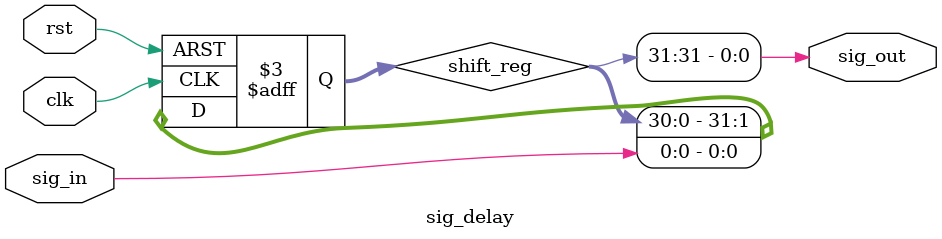
<source format=v>
/*
* Created           : cheng liu
* Date              : 2016-04-20
*
* Description:
* It delays a 1-bit signal D cycles. 
* 
* Instance example
sig_delay #(
    .D ()
) sig_delay_inst (
    .sig_in (),
    .sig_out (),

    .clk (),
    .rst ()
);
*/

// synposys translate_off
`timescale 1ns/100ps
// synposys translate_on

module sig_delay #(
    parameter D = 32
)(
    input                              sig_in,
    output                             sig_out,

    input                              clk,
    input                              rst
);
    reg                       [D-1: 0] shift_reg;

    always@(posedge clk or posedge rst) begin
        if(rst == 1'b1) begin
            shift_reg <= 0;
        end
        else begin
            shift_reg <= {shift_reg[D-2: 0], sig_in};
        end
    end

    assign sig_out = shift_reg[D-1];

endmodule
 

</source>
